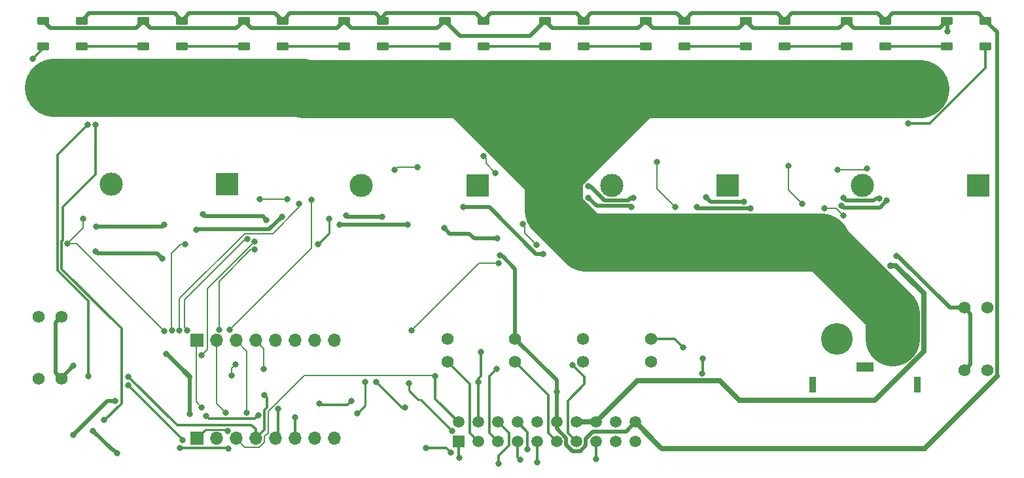
<source format=gbr>
%TF.GenerationSoftware,KiCad,Pcbnew,8.0.3*%
%TF.CreationDate,2025-06-03T03:43:46-07:00*%
%TF.ProjectId,Power_Distribution,506f7765-725f-4446-9973-747269627574,rev?*%
%TF.SameCoordinates,Original*%
%TF.FileFunction,Copper,L2,Bot*%
%TF.FilePolarity,Positive*%
%FSLAX46Y46*%
G04 Gerber Fmt 4.6, Leading zero omitted, Abs format (unit mm)*
G04 Created by KiCad (PCBNEW 8.0.3) date 2025-06-03 03:43:46*
%MOMM*%
%LPD*%
G01*
G04 APERTURE LIST*
G04 Aperture macros list*
%AMRoundRect*
0 Rectangle with rounded corners*
0 $1 Rounding radius*
0 $2 $3 $4 $5 $6 $7 $8 $9 X,Y pos of 4 corners*
0 Add a 4 corners polygon primitive as box body*
4,1,4,$2,$3,$4,$5,$6,$7,$8,$9,$2,$3,0*
0 Add four circle primitives for the rounded corners*
1,1,$1+$1,$2,$3*
1,1,$1+$1,$4,$5*
1,1,$1+$1,$6,$7*
1,1,$1+$1,$8,$9*
0 Add four rect primitives between the rounded corners*
20,1,$1+$1,$2,$3,$4,$5,0*
20,1,$1+$1,$4,$5,$6,$7,0*
20,1,$1+$1,$6,$7,$8,$9,0*
20,1,$1+$1,$8,$9,$2,$3,0*%
G04 Aperture macros list end*
%TA.AperFunction,ComponentPad*%
%ADD10R,0.900000X2.000000*%
%TD*%
%TA.AperFunction,ComponentPad*%
%ADD11RoundRect,1.025000X1.025000X1.025000X-1.025000X1.025000X-1.025000X-1.025000X1.025000X-1.025000X0*%
%TD*%
%TA.AperFunction,ComponentPad*%
%ADD12C,4.100000*%
%TD*%
%TA.AperFunction,ComponentPad*%
%ADD13R,2.300000X1.300000*%
%TD*%
%TA.AperFunction,ComponentPad*%
%ADD14R,3.000000X3.000000*%
%TD*%
%TA.AperFunction,ComponentPad*%
%ADD15C,3.000000*%
%TD*%
%TA.AperFunction,ComponentPad*%
%ADD16R,1.508000X1.508000*%
%TD*%
%TA.AperFunction,ComponentPad*%
%ADD17C,1.508000*%
%TD*%
%TA.AperFunction,ComponentPad*%
%ADD18C,1.574800*%
%TD*%
%TA.AperFunction,ComponentPad*%
%ADD19R,1.700000X1.700000*%
%TD*%
%TA.AperFunction,ComponentPad*%
%ADD20O,1.700000X1.700000*%
%TD*%
%TA.AperFunction,SMDPad,CuDef*%
%ADD21RoundRect,0.250000X0.550000X0.250000X-0.550000X0.250000X-0.550000X-0.250000X0.550000X-0.250000X0*%
%TD*%
%TA.AperFunction,ViaPad*%
%ADD22C,0.900000*%
%TD*%
%TA.AperFunction,ViaPad*%
%ADD23C,0.800000*%
%TD*%
%TA.AperFunction,Conductor*%
%ADD24C,0.635000*%
%TD*%
%TA.AperFunction,Conductor*%
%ADD25C,0.250000*%
%TD*%
%TA.AperFunction,Conductor*%
%ADD26C,0.304800*%
%TD*%
%TA.AperFunction,Conductor*%
%ADD27C,7.000000*%
%TD*%
%TA.AperFunction,Conductor*%
%ADD28C,0.200000*%
%TD*%
%TA.AperFunction,Conductor*%
%ADD29C,0.508000*%
%TD*%
%TA.AperFunction,Conductor*%
%ADD30C,7.500000*%
%TD*%
G04 APERTURE END LIST*
D10*
%TO.P,J4,*%
%TO.N,*%
X198520000Y-101380000D03*
X185020000Y-101380000D03*
D11*
%TO.P,J4,1,Pin_1*%
%TO.N,-BATT*%
X195370000Y-95380000D03*
D12*
%TO.P,J4,2,Pin_2*%
%TO.N,+BATT*%
X188170000Y-95380000D03*
D13*
%TO.P,J4,3*%
%TO.N,N/C*%
X191770000Y-99030000D03*
%TD*%
D14*
%TO.P,J6,1,1*%
%TO.N,PWR1*%
X206396000Y-75492000D03*
D15*
%TO.P,J6,2,2*%
%TO.N,-BATT*%
X198896000Y-62992000D03*
%TO.P,J6,3,3*%
%TO.N,PWR2*%
X191396000Y-75492000D03*
%TO.P,J6,4,4*%
%TO.N,-BATT*%
X183896000Y-62992000D03*
%TD*%
D16*
%TO.P,J18,1,1*%
%TO.N,PWM0*%
X139190000Y-108750000D03*
D17*
%TO.P,J18,2,2*%
%TO.N,SCL*%
X139190000Y-106210000D03*
%TO.P,J18,3,3*%
%TO.N,PWM1*%
X141730000Y-108750000D03*
%TO.P,J18,4,4*%
%TO.N,SDA*%
X141730000Y-106210000D03*
%TO.P,J18,5,5*%
%TO.N,PWM2*%
X144270000Y-108750000D03*
%TO.P,J18,6,6*%
%TO.N,toNEO_CTRL_MOOD*%
X144270000Y-106210000D03*
%TO.P,J18,7,7*%
%TO.N,PWM3*%
X146810000Y-108750000D03*
%TO.P,J18,8,8*%
%TO.N,outNEO_CTRL_MOOD*%
X146810000Y-106210000D03*
%TO.P,J18,9,9*%
%TO.N,PWM4*%
X149350000Y-108750000D03*
%TO.P,J18,10,10*%
%TO.N,unconnected-(J18-Pad10)*%
X149350000Y-106210000D03*
%TO.P,J18,11,11*%
%TO.N,PWM5*%
X151890000Y-108750000D03*
%TO.P,J18,12,12*%
%TO.N,GND*%
X151890000Y-106210000D03*
%TO.P,J18,13,13*%
%TO.N,PWM6*%
X154430000Y-108750000D03*
%TO.P,J18,14,14*%
%TO.N,5V*%
X154430000Y-106210000D03*
%TO.P,J18,15,15*%
%TO.N,PWM7*%
X156970000Y-108750000D03*
%TO.P,J18,16,16*%
%TO.N,5V*%
X156970000Y-106210000D03*
%TO.P,J18,17,17*%
%TO.N,unconnected-(J18-Pad17)*%
X159510000Y-108750000D03*
%TO.P,J18,18,18*%
%TO.N,+3.3V*%
X159510000Y-106210000D03*
%TO.P,J18,19,19*%
%TO.N,unconnected-(J18-Pad19)*%
X162050000Y-108750000D03*
%TO.P,J18,20,20*%
%TO.N,GND*%
X162050000Y-106210000D03*
%TD*%
D18*
%TO.P,J15,1,1*%
%TO.N,PWM6*%
X164060000Y-98389999D03*
%TO.P,J15,2,2*%
%TO.N,GND*%
X164060000Y-95390000D03*
%TD*%
%TO.P,J10,1,1*%
%TO.N,PWM0*%
X84800000Y-92550000D03*
%TO.P,J10,2,2*%
%TO.N,GND*%
X87799999Y-92550000D03*
%TD*%
D14*
%TO.P,J2,1,1*%
%TO.N,PWR5*%
X141612000Y-75492000D03*
D15*
%TO.P,J2,2,2*%
%TO.N,-BATT*%
X134112000Y-62992000D03*
%TO.P,J2,3,3*%
%TO.N,PWR6*%
X126612000Y-75492000D03*
%TO.P,J2,4,4*%
%TO.N,-BATT*%
X119112000Y-62992000D03*
%TD*%
D18*
%TO.P,J17,1,1*%
%TO.N,PWM7*%
X207619999Y-91380000D03*
%TO.P,J17,2,2*%
%TO.N,GND*%
X204620000Y-91380000D03*
%TD*%
%TO.P,J16,1,1*%
%TO.N,PWM3*%
X207619999Y-99510000D03*
%TO.P,J16,2,2*%
%TO.N,GND*%
X204620000Y-99510000D03*
%TD*%
D19*
%TO.P,J9,1,Pin_1*%
%TO.N,VIout8Div*%
X105290000Y-95632000D03*
D20*
%TO.P,J9,2,Pin_2*%
%TO.N,VIout7Div*%
X107830000Y-95632000D03*
%TO.P,J9,3,Pin_3*%
%TO.N,VIout6Div*%
X110370000Y-95632000D03*
%TO.P,J9,4,Pin_4*%
%TO.N,VIout5Div*%
X112910000Y-95632000D03*
%TO.P,J9,5,Pin_5*%
%TO.N,VIout4Div*%
X115450000Y-95632000D03*
%TO.P,J9,6,Pin_6*%
%TO.N,VIout3Div*%
X117990000Y-95632000D03*
%TO.P,J9,7,Pin_7*%
%TO.N,VIout2Div*%
X120530000Y-95632000D03*
%TO.P,J9,8,Pin_8*%
%TO.N,VIout1Div*%
X123070000Y-95632000D03*
%TD*%
D18*
%TO.P,J14,1,1*%
%TO.N,PWM2*%
X155284400Y-98399999D03*
%TO.P,J14,2,2*%
%TO.N,GND*%
X155284400Y-95400000D03*
%TD*%
D14*
%TO.P,J1,1,1*%
%TO.N,PWR3*%
X173985600Y-75492000D03*
D15*
%TO.P,J1,2,2*%
%TO.N,-BATT*%
X166485600Y-62992000D03*
%TO.P,J1,3,3*%
%TO.N,PWR4*%
X158985600Y-75492000D03*
%TO.P,J1,4,4*%
%TO.N,-BATT*%
X151485600Y-62992000D03*
%TD*%
D18*
%TO.P,J11,1,1*%
%TO.N,PWM4*%
X84800000Y-100590000D03*
%TO.P,J11,2,2*%
%TO.N,GND*%
X87799999Y-100590000D03*
%TD*%
%TO.P,J13,1,1*%
%TO.N,PWM5*%
X146508800Y-98399999D03*
%TO.P,J13,2,2*%
%TO.N,GND*%
X146508800Y-95400000D03*
%TD*%
%TO.P,J12,1,1*%
%TO.N,PWM1*%
X137733200Y-98399999D03*
%TO.P,J12,2,2*%
%TO.N,GND*%
X137733200Y-95400000D03*
%TD*%
D14*
%TO.P,J7,1,1*%
%TO.N,PWR7*%
X109252400Y-75339600D03*
D15*
%TO.P,J7,2,2*%
%TO.N,-BATT*%
X101752400Y-62839600D03*
%TO.P,J7,3,3*%
%TO.N,PWR8*%
X94252400Y-75339600D03*
%TO.P,J7,4,4*%
%TO.N,-BATT*%
X86752400Y-62839600D03*
%TD*%
D19*
%TO.P,J3,1,Pin_1*%
%TO.N,Net-(J3-Pin_1)*%
X105290000Y-108332000D03*
D20*
%TO.P,J3,2,Pin_2*%
%TO.N,GND*%
X107830000Y-108332000D03*
%TO.P,J3,3,Pin_3*%
%TO.N,SCL*%
X110370000Y-108332000D03*
%TO.P,J3,4,Pin_4*%
%TO.N,SDA*%
X112910000Y-108332000D03*
%TO.P,J3,5,Pin_5*%
%TO.N,REF*%
X115450000Y-108332000D03*
%TO.P,J3,6,Pin_6*%
%TO.N,COM*%
X117990000Y-108332000D03*
%TO.P,J3,7,Pin_7*%
%TO.N,AD0*%
X120530000Y-108332000D03*
%TO.P,J3,8,Pin_8*%
%TO.N,AD1*%
X123070000Y-108332000D03*
%TD*%
D21*
%TO.P,LED8,1,VSS*%
%TO.N,GND*%
X142391112Y-54150000D03*
%TO.P,LED8,2,DIN*%
%TO.N,Net-(LED7-DOUT)*%
X142391112Y-57450000D03*
%TO.P,LED8,3,VDD*%
%TO.N,5V*%
X137391112Y-54150000D03*
%TO.P,LED8,4,DOUT*%
%TO.N,NEO_PASS2*%
X137391112Y-57450000D03*
%TD*%
%TO.P,LED9,1,VSS*%
%TO.N,GND*%
X129394724Y-54150000D03*
%TO.P,LED9,2,DIN*%
%TO.N,NEO_PASS2*%
X129394724Y-57450000D03*
%TO.P,LED9,3,VDD*%
%TO.N,5V*%
X124394724Y-54150000D03*
%TO.P,LED9,4,DOUT*%
%TO.N,Net-(LED10-DIN)*%
X124394724Y-57450000D03*
%TD*%
%TO.P,LED3,1,VSS*%
%TO.N,GND*%
X207373052Y-54150000D03*
%TO.P,LED3,2,DIN*%
%TO.N,Net-(LED2-DOUT)*%
X207373052Y-57450000D03*
%TO.P,LED3,3,VDD*%
%TO.N,5V*%
X202373052Y-54150000D03*
%TO.P,LED3,4,DOUT*%
%TO.N,Net-(LED3-DOUT)*%
X202373052Y-57450000D03*
%TD*%
%TO.P,LED4,1,VSS*%
%TO.N,GND*%
X194376664Y-54150000D03*
%TO.P,LED4,2,DIN*%
%TO.N,Net-(LED3-DOUT)*%
X194376664Y-57450000D03*
%TO.P,LED4,3,VDD*%
%TO.N,5V*%
X189376664Y-54150000D03*
%TO.P,LED4,4,DOUT*%
%TO.N,NEO_PASS1*%
X189376664Y-57450000D03*
%TD*%
%TO.P,LED6,1,VSS*%
%TO.N,GND*%
X168383888Y-54150000D03*
%TO.P,LED6,2,DIN*%
%TO.N,Net-(LED5-DOUT)*%
X168383888Y-57450000D03*
%TO.P,LED6,3,VDD*%
%TO.N,5V*%
X163383888Y-54150000D03*
%TO.P,LED6,4,DOUT*%
%TO.N,Net-(LED6-DOUT)*%
X163383888Y-57450000D03*
%TD*%
%TO.P,LED5,1,VSS*%
%TO.N,GND*%
X181380276Y-54150000D03*
%TO.P,LED5,2,DIN*%
%TO.N,NEO_PASS1*%
X181380276Y-57450000D03*
%TO.P,LED5,3,VDD*%
%TO.N,5V*%
X176380276Y-54150000D03*
%TO.P,LED5,4,DOUT*%
%TO.N,Net-(LED5-DOUT)*%
X176380276Y-57450000D03*
%TD*%
%TO.P,LED11,1,VSS*%
%TO.N,GND*%
X103401948Y-54150000D03*
%TO.P,LED11,2,DIN*%
%TO.N,Net-(LED10-DOUT)*%
X103401948Y-57450000D03*
%TO.P,LED11,3,VDD*%
%TO.N,5V*%
X98401948Y-54150000D03*
%TO.P,LED11,4,DOUT*%
%TO.N,Net-(LED11-DOUT)*%
X98401948Y-57450000D03*
%TD*%
%TO.P,LED12,1,VSS*%
%TO.N,GND*%
X90405552Y-54150000D03*
%TO.P,LED12,2,DIN*%
%TO.N,Net-(LED11-DOUT)*%
X90405552Y-57450000D03*
%TO.P,LED12,3,VDD*%
%TO.N,5V*%
X85405552Y-54150000D03*
%TO.P,LED12,4,DOUT*%
%TO.N,outNEO_CTRL_MOOD*%
X85405552Y-57450000D03*
%TD*%
%TO.P,LED10,1,VSS*%
%TO.N,GND*%
X116398336Y-54150000D03*
%TO.P,LED10,2,DIN*%
%TO.N,Net-(LED10-DIN)*%
X116398336Y-57450000D03*
%TO.P,LED10,3,VDD*%
%TO.N,5V*%
X111398336Y-54150000D03*
%TO.P,LED10,4,DOUT*%
%TO.N,Net-(LED10-DOUT)*%
X111398336Y-57450000D03*
%TD*%
%TO.P,LED7,1,VSS*%
%TO.N,GND*%
X155387500Y-54150000D03*
%TO.P,LED7,2,DIN*%
%TO.N,Net-(LED6-DOUT)*%
X155387500Y-57450000D03*
%TO.P,LED7,3,VDD*%
%TO.N,5V*%
X150387500Y-54150000D03*
%TO.P,LED7,4,DOUT*%
%TO.N,Net-(LED7-DOUT)*%
X150387500Y-57450000D03*
%TD*%
D22*
%TO.N,5V*%
X195047404Y-85903266D03*
D23*
%TO.N,+3.3V*%
X132260000Y-104325600D03*
X128500000Y-101020000D03*
%TO.N,5V*%
X138362100Y-107400567D03*
X132740000Y-101150000D03*
%TO.N,Net-(J3-Pin_1)*%
X126040000Y-105090000D03*
X127080000Y-101020000D03*
%TO.N,GND*%
X168230000Y-96520000D03*
X132588000Y-80619600D03*
X188767018Y-78182542D03*
X105218600Y-81276111D03*
X104380000Y-105180000D03*
X155992318Y-77107013D03*
X176977200Y-78497200D03*
X123802800Y-80578167D03*
X161515600Y-78296545D03*
X151890000Y-102280000D03*
X101070500Y-80568800D03*
X144510401Y-84557258D03*
X94780000Y-103480000D03*
X89360000Y-98900000D03*
X170750000Y-97980000D03*
X170006800Y-78328190D03*
X170720000Y-99917300D03*
X92334823Y-80830000D03*
X101356800Y-97372912D03*
X195812500Y-84632800D03*
X144160000Y-82390000D03*
X194606842Y-77481444D03*
X89300000Y-107880000D03*
X116328769Y-79571069D03*
X137305515Y-81039872D03*
%TO.N,5V*%
X114317366Y-79992366D03*
X129275000Y-79600000D03*
X94968836Y-110257249D03*
X161820000Y-77110000D03*
X91911132Y-107321132D03*
X106066146Y-79271341D03*
X188990365Y-77122626D03*
X193650000Y-77180000D03*
X139780000Y-78360000D03*
X155984400Y-75570034D03*
X150135500Y-84378800D03*
X171206565Y-77014831D03*
X202450000Y-55560000D03*
X92170000Y-84100000D03*
X100881000Y-85039200D03*
X124660000Y-79440000D03*
X176120000Y-77610000D03*
%TO.N,VIout1*%
X133110000Y-94310000D03*
X192010000Y-73360000D03*
X144360000Y-85560000D03*
X188210000Y-73460000D03*
%TO.N,VIout2*%
X186520000Y-78490000D03*
X120140000Y-77380000D03*
X183670000Y-77930000D03*
X133900000Y-73190000D03*
X181850000Y-72970000D03*
X130930000Y-73493200D03*
X189010000Y-79420000D03*
X109560000Y-94250000D03*
%TO.N,VIout3*%
X108190627Y-94227558D03*
X112787988Y-83842483D03*
X167250000Y-78350000D03*
X164820000Y-72490000D03*
%TO.N,VIout4*%
X142420000Y-71740000D03*
X147475000Y-80500000D03*
X105930000Y-97560000D03*
X112750000Y-82840000D03*
X143980000Y-73880000D03*
X149255905Y-83244957D03*
%TO.N,VIout5*%
X116980081Y-77300081D03*
X113430000Y-77310000D03*
X111822541Y-82457594D03*
X104087072Y-94282302D03*
%TO.N,VIout6*%
X103084871Y-94327124D03*
X120981600Y-83159600D03*
X118540262Y-77925262D03*
X122400000Y-79825000D03*
%TO.N,VIout7*%
X103772400Y-83108800D03*
X102081700Y-94335124D03*
%TO.N,VIout8*%
X90600000Y-79800000D03*
X88571200Y-83058000D03*
X101080000Y-94390000D03*
%TO.N,SDA*%
X114086672Y-102675600D03*
X96480000Y-100340000D03*
X141730000Y-101020000D03*
X142080000Y-97080000D03*
%TO.N,COM*%
X118040000Y-105550000D03*
%TO.N,SCL*%
X96460000Y-101450000D03*
X136168312Y-100238800D03*
X103490000Y-108550000D03*
%TO.N,REF*%
X115845600Y-104513697D03*
%TO.N,PWM0*%
X139302040Y-110860400D03*
%TO.N,PWM4*%
X149390000Y-111440000D03*
%TO.N,PWM2*%
X144141043Y-99288999D03*
%TO.N,PWM6*%
X153942684Y-98794420D03*
%TO.N,PWM3*%
X147175586Y-111077895D03*
%TO.N,PWM7*%
X156980000Y-110990000D03*
%TO.N,+3.3V*%
X106550000Y-105440000D03*
X121125000Y-103825000D03*
X113252418Y-105294476D03*
X125311800Y-103431704D03*
%TO.N,Net-(J3-Pin_1)*%
X109275223Y-107368800D03*
%TO.N,VIout5Div*%
X113940000Y-99300000D03*
%TO.N,Net-(LED2-DOUT)*%
X93279964Y-105952300D03*
X197333052Y-67490000D03*
X92220000Y-67650000D03*
%TO.N,VIout7Div*%
X109031629Y-104996800D03*
%TO.N,VIout6Div*%
X111741218Y-105000212D03*
%TO.N,VIout2Div*%
X110320179Y-98756795D03*
X109823039Y-100132387D03*
%TO.N,VIout8Div*%
X105920000Y-104300000D03*
%TO.N,outNEO_CTRL_MOOD*%
X91240000Y-100250000D03*
X109435287Y-109647819D03*
X91190000Y-67660000D03*
X103120000Y-109530000D03*
X134924400Y-109534400D03*
X148110000Y-109720000D03*
X138210000Y-110180000D03*
X84080000Y-59070000D03*
%TO.N,toNEO_CTRL_MOOD*%
X144357360Y-111577815D03*
%TD*%
D24*
%TO.N,5V*%
X172974000Y-100838000D02*
X175514000Y-103378000D01*
X156970000Y-106210000D02*
X162342000Y-100838000D01*
X162342000Y-100838000D02*
X172974000Y-100838000D01*
X175514000Y-103378000D02*
X193053603Y-103378000D01*
X193053603Y-103378000D02*
X199390000Y-97041603D01*
X199390000Y-97041603D02*
X199390000Y-89533260D01*
X195760006Y-85903266D02*
X195047404Y-85903266D01*
X199390000Y-89533260D02*
X195760006Y-85903266D01*
%TO.N,GND*%
X165308200Y-109468200D02*
X165500700Y-109660700D01*
X165500700Y-109660700D02*
X199439300Y-109660700D01*
X199439300Y-109660700D02*
X208880000Y-100220000D01*
X162050000Y-106210000D02*
X165308200Y-109468200D01*
D25*
X200286000Y-108814000D02*
X199631800Y-109468200D01*
X199631800Y-109468200D02*
X165308200Y-109468200D01*
D26*
X170750000Y-99887300D02*
X170720000Y-99917300D01*
X170750000Y-97980000D02*
X170750000Y-99887300D01*
D24*
%TO.N,5V*%
X154430000Y-106210000D02*
X156970000Y-106210000D01*
D27*
%TO.N,-BATT*%
X195370000Y-95380000D02*
X195370000Y-92147564D01*
X195370000Y-92147564D02*
X186102436Y-82880000D01*
D25*
%TO.N,+3.3V*%
X128500000Y-101020000D02*
X131805600Y-104325600D01*
X131805600Y-104325600D02*
X132260000Y-104325600D01*
%TO.N,5V*%
X133920000Y-103290000D02*
X134251533Y-103290000D01*
X134251533Y-103290000D02*
X138362100Y-107400567D01*
X132740000Y-101150000D02*
X132740000Y-102110000D01*
X132740000Y-102110000D02*
X133920000Y-103290000D01*
D28*
%TO.N,SCL*%
X114539072Y-104830275D02*
X114539072Y-107580928D01*
X136064512Y-100135000D02*
X119234347Y-100135000D01*
D26*
%TO.N,+3.3V*%
X124790904Y-103952600D02*
X125311800Y-103431704D01*
D25*
%TO.N,Net-(J3-Pin_1)*%
X127080000Y-104050000D02*
X127080000Y-101020000D01*
D26*
%TO.N,+3.3V*%
X121125000Y-103825000D02*
X121252600Y-103952600D01*
D28*
%TO.N,SCL*%
X136168312Y-100238800D02*
X136064512Y-100135000D01*
X111520000Y-109482000D02*
X110370000Y-108332000D01*
X113388000Y-109482000D02*
X111520000Y-109482000D01*
X114060000Y-108810000D02*
X113388000Y-109482000D01*
D26*
%TO.N,+3.3V*%
X121252600Y-103952600D02*
X124790904Y-103952600D01*
D28*
%TO.N,SCL*%
X114060000Y-108060000D02*
X114060000Y-108810000D01*
X114539072Y-107580928D02*
X114060000Y-108060000D01*
X119234347Y-100135000D02*
X114539072Y-104830275D01*
D25*
%TO.N,Net-(J3-Pin_1)*%
X126040000Y-105090000D02*
X127080000Y-104050000D01*
D29*
%TO.N,GND*%
X153098000Y-109148000D02*
X153098000Y-108249630D01*
X155638000Y-108373630D02*
X155638000Y-109250370D01*
X193422664Y-53196000D02*
X182334276Y-53196000D01*
X169337888Y-53196000D02*
X168383888Y-54150000D01*
X103401948Y-54150000D02*
X102447948Y-53196000D01*
X114677038Y-81222800D02*
X116328769Y-79571069D01*
X160842000Y-107418000D02*
X156593630Y-107418000D01*
X146508800Y-95400000D02*
X146508800Y-86346536D01*
X161373055Y-78154000D02*
X157039305Y-78154000D01*
X176977200Y-78497200D02*
X170175810Y-78497200D01*
X204620000Y-91380000D02*
X202782264Y-91380000D01*
X112352093Y-81209197D02*
X112376719Y-81209197D01*
X87012600Y-93337399D02*
X87012600Y-99802601D01*
X161515600Y-78296545D02*
X161373055Y-78154000D01*
X151890000Y-100781200D02*
X151890000Y-106210000D01*
X101070500Y-80568800D02*
X100809300Y-80830000D01*
X142391112Y-54150000D02*
X141437112Y-53196000D01*
X195330664Y-53196000D02*
X206419052Y-53196000D01*
X194376664Y-54150000D02*
X193422664Y-53196000D01*
X132588000Y-80619600D02*
X123844233Y-80619600D01*
X208880000Y-100220000D02*
X208880000Y-55656948D01*
X102447948Y-53196000D02*
X91359552Y-53196000D01*
X143345112Y-53196000D02*
X142391112Y-54150000D01*
X154433500Y-53196000D02*
X143345112Y-53196000D01*
X103690709Y-99640709D02*
X101422912Y-97372912D01*
X112376719Y-81209197D02*
X112390322Y-81222800D01*
X193708286Y-78380000D02*
X188964476Y-78380000D01*
X101422912Y-97372912D02*
X101356800Y-97372912D01*
X205407399Y-92167399D02*
X205407399Y-98722601D01*
X200286000Y-108814000D02*
X208880000Y-100220000D01*
X141437112Y-53196000D02*
X129794000Y-53196000D01*
X117352336Y-53196000D02*
X116398336Y-54150000D01*
X151890000Y-107041630D02*
X151890000Y-106210000D01*
X129794000Y-53196000D02*
X128840000Y-54150000D01*
X100809300Y-80830000D02*
X92334823Y-80830000D01*
X180426276Y-53196000D02*
X169337888Y-53196000D01*
D26*
X167100000Y-95390000D02*
X164060000Y-95390000D01*
D29*
X153098000Y-108249630D02*
X151890000Y-107041630D01*
X204620000Y-91380000D02*
X205407399Y-92167399D01*
X168383888Y-54150000D02*
X167429888Y-53196000D01*
X208880000Y-55656948D02*
X207373052Y-54150000D01*
X123844233Y-80619600D02*
X123802800Y-80578167D01*
X144655943Y-84702800D02*
X144510401Y-84557258D01*
X140580000Y-81750000D02*
X138015643Y-81750000D01*
X157039305Y-78154000D02*
X155992318Y-77107013D01*
X155387500Y-54150000D02*
X154433500Y-53196000D01*
X112343290Y-81200394D02*
X112352093Y-81209197D01*
X128440724Y-53196000D02*
X117352336Y-53196000D01*
X105218600Y-81276111D02*
X105294317Y-81200394D01*
X112390322Y-81222800D02*
X114677038Y-81222800D01*
X87799999Y-92550000D02*
X87012600Y-93337399D01*
X138015643Y-81750000D02*
X137305515Y-81039872D01*
D26*
X168230000Y-96520000D02*
X167100000Y-95390000D01*
D29*
X93700000Y-103480000D02*
X94780000Y-103480000D01*
X129394724Y-54150000D02*
X128440724Y-53196000D01*
X194376664Y-54150000D02*
X195330664Y-53196000D01*
X144865064Y-84702800D02*
X144655943Y-84702800D01*
X104355948Y-53196000D02*
X103401948Y-54150000D01*
X194606842Y-77481444D02*
X193708286Y-78380000D01*
X156593630Y-107418000D02*
X155638000Y-108373630D01*
X115444336Y-53196000D02*
X104355948Y-53196000D01*
X104380000Y-105180000D02*
X104380000Y-100330000D01*
X167429888Y-53196000D02*
X156341500Y-53196000D01*
X89300000Y-107880000D02*
X93700000Y-103480000D01*
X146508800Y-86346536D02*
X144865064Y-84702800D01*
X154930370Y-109958000D02*
X153908000Y-109958000D01*
X202782264Y-91380000D02*
X196035064Y-84632800D01*
X162050000Y-106210000D02*
X164654000Y-108814000D01*
X87799999Y-100460001D02*
X89360000Y-98900000D01*
X87012600Y-99802601D02*
X87799999Y-100590000D01*
X181380276Y-54150000D02*
X180426276Y-53196000D01*
X206419052Y-53196000D02*
X207373052Y-54150000D01*
X91359552Y-53196000D02*
X90405552Y-54150000D01*
X182334276Y-53196000D02*
X181380276Y-54150000D01*
X155638000Y-109250370D02*
X154930370Y-109958000D01*
X144160000Y-82390000D02*
X141220000Y-82390000D01*
X188964476Y-78380000D02*
X188767018Y-78182542D01*
X205407399Y-98722601D02*
X204620000Y-99510000D01*
X153908000Y-109958000D02*
X153098000Y-109148000D01*
X162050000Y-106210000D02*
X160842000Y-107418000D01*
X105294317Y-81200394D02*
X112343290Y-81200394D01*
X116398336Y-54150000D02*
X115444336Y-53196000D01*
X141220000Y-82390000D02*
X140580000Y-81750000D01*
D24*
X104380000Y-100330000D02*
X103690709Y-99640709D01*
D29*
X170175810Y-78497200D02*
X170006800Y-78328190D01*
X196035064Y-84632800D02*
X195812500Y-84632800D01*
X146508800Y-95400000D02*
X151890000Y-100781200D01*
X156341500Y-53196000D02*
X155387500Y-54150000D01*
%TO.N,5V*%
X139780000Y-78360000D02*
X143163209Y-78360000D01*
X113850000Y-79525000D02*
X114317366Y-79992366D01*
X162429888Y-55104000D02*
X151341500Y-55104000D01*
X189376664Y-54150000D02*
X188422664Y-55104000D01*
X92420000Y-84350000D02*
X100191800Y-84350000D01*
X177334276Y-55104000D02*
X176380276Y-54150000D01*
X106319805Y-79525000D02*
X113850000Y-79525000D01*
X100191800Y-84350000D02*
X100881000Y-85039200D01*
X92170000Y-84100000D02*
X92420000Y-84350000D01*
X94968836Y-110257249D02*
X94451587Y-109740000D01*
X193180000Y-77180000D02*
X192914000Y-77446000D01*
X161461197Y-77110000D02*
X161125197Y-77446000D01*
X156240034Y-75570034D02*
X155984400Y-75570034D01*
X86359552Y-55104000D02*
X85405552Y-54150000D01*
X94330000Y-109740000D02*
X91911132Y-107321132D01*
X158116000Y-77446000D02*
X156240034Y-75570034D01*
X176120000Y-77610000D02*
X171801734Y-77610000D01*
X189313739Y-77446000D02*
X188990365Y-77122626D01*
X192914000Y-77446000D02*
X189313739Y-77446000D01*
X201419052Y-55104000D02*
X190330664Y-55104000D01*
X190330664Y-55104000D02*
X189376664Y-54150000D01*
X98401948Y-54150000D02*
X97447948Y-55104000D01*
X111398336Y-54150000D02*
X110444336Y-55104000D01*
X202373052Y-54150000D02*
X201419052Y-55104000D01*
X125348724Y-55104000D02*
X124394724Y-54150000D01*
X97447948Y-55104000D02*
X86359552Y-55104000D01*
X129275000Y-79600000D02*
X124820000Y-79600000D01*
X112352336Y-55104000D02*
X111398336Y-54150000D01*
X148390300Y-56147200D02*
X139388312Y-56147200D01*
X124820000Y-79600000D02*
X124660000Y-79440000D01*
X143163209Y-78360000D02*
X149182009Y-84378800D01*
X188422664Y-55104000D02*
X177334276Y-55104000D01*
X150387500Y-54150000D02*
X148390300Y-56147200D01*
X124394724Y-54150000D02*
X123440724Y-55104000D01*
X164337888Y-55104000D02*
X163383888Y-54150000D01*
X163383888Y-54150000D02*
X162429888Y-55104000D01*
X136437112Y-55104000D02*
X125348724Y-55104000D01*
X139388312Y-56147200D02*
X137391112Y-54150000D01*
X99355948Y-55104000D02*
X98401948Y-54150000D01*
X171801734Y-77610000D02*
X171206565Y-77014831D01*
X161820000Y-77110000D02*
X161461197Y-77110000D01*
X149182009Y-84378800D02*
X150135500Y-84378800D01*
X123440724Y-55104000D02*
X112352336Y-55104000D01*
X176380276Y-54150000D02*
X175426276Y-55104000D01*
X151341500Y-55104000D02*
X150387500Y-54150000D01*
X193650000Y-77180000D02*
X193180000Y-77180000D01*
X137391112Y-54150000D02*
X136437112Y-55104000D01*
X110444336Y-55104000D02*
X99355948Y-55104000D01*
X202450000Y-55560000D02*
X202450000Y-54226948D01*
X94451587Y-109740000D02*
X94330000Y-109740000D01*
X106066146Y-79271341D02*
X106319805Y-79525000D01*
X161125197Y-77446000D02*
X158116000Y-77446000D01*
X175426276Y-55104000D02*
X164337888Y-55104000D01*
D28*
%TO.N,VIout1*%
X141860000Y-85560000D02*
X144360000Y-85560000D01*
X188210000Y-73460000D02*
X191910000Y-73460000D01*
X133110000Y-94310000D02*
X141860000Y-85560000D01*
X191910000Y-73460000D02*
X192010000Y-73360000D01*
%TO.N,VIout2*%
X181850000Y-72970000D02*
X181850000Y-76110000D01*
X131233200Y-73190000D02*
X130930000Y-73493200D01*
X181850000Y-76110000D02*
X183670000Y-77930000D01*
X109560000Y-94250000D02*
X120140000Y-83670000D01*
X188080000Y-78490000D02*
X189010000Y-79420000D01*
X133900000Y-73190000D02*
X131233200Y-73190000D01*
X186520000Y-78490000D02*
X188080000Y-78490000D01*
X120140000Y-83670000D02*
X120140000Y-77380000D01*
%TO.N,VIout3*%
X164820000Y-72490000D02*
X164820000Y-75920000D01*
X108190627Y-94227558D02*
X108190627Y-87965059D01*
X112313203Y-83842483D02*
X112787988Y-83842483D01*
X108190627Y-87965059D02*
X112313203Y-83842483D01*
X164820000Y-75920000D02*
X167250000Y-78350000D01*
%TO.N,VIout4*%
X106680000Y-96810000D02*
X106680000Y-88910000D01*
X142740000Y-72640000D02*
X143980000Y-73880000D01*
X147750000Y-80775000D02*
X147750000Y-81739052D01*
X147750000Y-81739052D02*
X149255905Y-83244957D01*
X105930000Y-97560000D02*
X106680000Y-96810000D01*
X142740000Y-72060000D02*
X142740000Y-72640000D01*
X147475000Y-80500000D02*
X147750000Y-80775000D01*
X142420000Y-71740000D02*
X142740000Y-72060000D01*
X106680000Y-88910000D02*
X112750000Y-82840000D01*
%TO.N,VIout5*%
X103740000Y-93935230D02*
X103740000Y-90325686D01*
X116309919Y-77300081D02*
X116980081Y-77300081D01*
X103740000Y-90325686D02*
X111608092Y-82457594D01*
X104087072Y-94282302D02*
X103740000Y-93935230D01*
X116300000Y-77310000D02*
X116309919Y-77300081D01*
X111608092Y-82457594D02*
X111822541Y-82457594D01*
X113430000Y-77310000D02*
X116300000Y-77310000D01*
%TO.N,VIout6*%
X118540262Y-78354052D02*
X118540262Y-77925262D01*
X115115111Y-81779203D02*
X118540262Y-78354052D01*
X111531266Y-81754394D02*
X112138442Y-81754394D01*
D25*
X122400000Y-79825000D02*
X122400000Y-81741200D01*
D28*
X103084871Y-94327124D02*
X103084871Y-90200789D01*
D25*
X122400000Y-81741200D02*
X120981600Y-83159600D01*
D28*
X112138442Y-81754394D02*
X112163251Y-81779203D01*
X112163251Y-81779203D02*
X115115111Y-81779203D01*
X103084871Y-90200789D02*
X111531266Y-81754394D01*
%TO.N,VIout7*%
X102011900Y-94265324D02*
X102081700Y-94335124D01*
X102011900Y-84319300D02*
X102011900Y-94265324D01*
X103222400Y-83108800D02*
X102011900Y-84319300D01*
X103772400Y-83108800D02*
X103222400Y-83108800D01*
%TO.N,VIout8*%
X88571200Y-83058000D02*
X89748000Y-83058000D01*
X90600000Y-79800000D02*
X90600000Y-81029200D01*
X89748000Y-83058000D02*
X101080000Y-94390000D01*
X90600000Y-81029200D02*
X88571200Y-83058000D01*
D30*
%TO.N,-BATT*%
X151485600Y-74465600D02*
X151485600Y-75284536D01*
X151485600Y-73152000D02*
X151216000Y-73421600D01*
X119112000Y-62992000D02*
X140012000Y-62992000D01*
X151485600Y-75284536D02*
X151485600Y-78752908D01*
X162406079Y-62992000D02*
X183896000Y-62992000D01*
X183896000Y-62992000D02*
X166485600Y-62992000D01*
X166485600Y-62992000D02*
X151485600Y-62992000D01*
X134112000Y-62992000D02*
X141325600Y-62992000D01*
X151485600Y-75284536D02*
X151485600Y-73912479D01*
X118959600Y-62839600D02*
X119112000Y-62992000D01*
X198896000Y-62992000D02*
X183896000Y-62992000D01*
X119112000Y-62992000D02*
X134112000Y-62992000D01*
X134112000Y-62992000D02*
X151485600Y-62992000D01*
X151485600Y-62992000D02*
X151485600Y-73152000D01*
X101752400Y-62839600D02*
X118959600Y-62839600D01*
X166485600Y-62992000D02*
X161645600Y-62992000D01*
X161645600Y-62992000D02*
X151485600Y-73152000D01*
X140012000Y-62992000D02*
X151485600Y-74465600D01*
X155612692Y-82880000D02*
X186102436Y-82880000D01*
X141325600Y-62992000D02*
X151485600Y-73152000D01*
X86752400Y-62839600D02*
X101752400Y-62839600D01*
X151485600Y-78752908D02*
X155612692Y-82880000D01*
X151485600Y-73912479D02*
X162406079Y-62992000D01*
D26*
%TO.N,SDA*%
X112910000Y-107129919D02*
X112910000Y-108332000D01*
X142080000Y-100253003D02*
X142080000Y-97080000D01*
X114418000Y-103006928D02*
X114086672Y-102675600D01*
X114086672Y-107155328D02*
X114086672Y-104642885D01*
X112910000Y-108332000D02*
X114086672Y-107155328D01*
X141730000Y-100603003D02*
X142080000Y-100253003D01*
X96480000Y-100340000D02*
X102753200Y-106613200D01*
X141730000Y-106210000D02*
X141730000Y-101020000D01*
X102753200Y-106613200D02*
X112393281Y-106613200D01*
X141730000Y-101020000D02*
X141730000Y-100603003D01*
X112393281Y-106613200D02*
X112910000Y-107129919D01*
X114086672Y-104642885D02*
X114418000Y-104311557D01*
X114418000Y-104311557D02*
X114418000Y-103006928D01*
%TO.N,COM*%
X118040000Y-105550000D02*
X118040000Y-108282000D01*
%TO.N,SCL*%
X96460000Y-101450000D02*
X103490000Y-108480000D01*
X136168312Y-103188312D02*
X136168312Y-100238800D01*
X139190000Y-106210000D02*
X136168312Y-103188312D01*
X103490000Y-108480000D02*
X103490000Y-108550000D01*
%TO.N,REF*%
X115845600Y-107936400D02*
X115845600Y-104513697D01*
%TO.N,PWM0*%
X139190000Y-110748360D02*
X139302040Y-110860400D01*
X139190000Y-108750000D02*
X139190000Y-110748360D01*
%TO.N,PWM4*%
X149390000Y-111440000D02*
X149390000Y-108790000D01*
%TO.N,PWM1*%
X140623600Y-101290399D02*
X140623600Y-107643600D01*
X137733200Y-98399999D02*
X140623600Y-101290399D01*
X140623600Y-107643600D02*
X141730000Y-108750000D01*
%TO.N,PWM5*%
X150783600Y-102674799D02*
X150783600Y-107643600D01*
X146508800Y-98399999D02*
X150783600Y-102674799D01*
X150783600Y-107643600D02*
X151890000Y-108750000D01*
%TO.N,PWM2*%
X144270000Y-108750000D02*
X143163600Y-107643600D01*
X143163600Y-107643600D02*
X143163600Y-100266442D01*
X143163600Y-100266442D02*
X144141043Y-99288999D01*
%TO.N,PWM6*%
X155465600Y-101302980D02*
X155465600Y-100317336D01*
X153323600Y-107617650D02*
X153323600Y-103444980D01*
X154430000Y-108724050D02*
X153323600Y-107617650D01*
X153323600Y-103444980D02*
X155465600Y-101302980D01*
X155465600Y-100317336D02*
X153942684Y-98794420D01*
%TO.N,PWM3*%
X146810000Y-108750000D02*
X146810000Y-110712309D01*
X146810000Y-110712309D02*
X147175586Y-111077895D01*
%TO.N,PWM7*%
X156980000Y-110990000D02*
X156980000Y-108760000D01*
%TO.N,+3.3V*%
X106550000Y-105440000D02*
X106862400Y-105752400D01*
X112794494Y-105752400D02*
X113252418Y-105294476D01*
X106862400Y-105752400D02*
X112794494Y-105752400D01*
D25*
%TO.N,Net-(J3-Pin_1)*%
X105290000Y-108332000D02*
X106465000Y-107157000D01*
X106465000Y-107157000D02*
X109063423Y-107157000D01*
X109063423Y-107157000D02*
X109275223Y-107368800D01*
D28*
%TO.N,VIout5Div*%
X113940000Y-99300000D02*
X113940000Y-96662000D01*
X113940000Y-96662000D02*
X112910000Y-95632000D01*
D26*
%TO.N,Net-(LED2-DOUT)*%
X207373052Y-60316618D02*
X200199670Y-67490000D01*
X87965200Y-78334800D02*
X87965200Y-82595420D01*
X87815600Y-82745020D02*
X87815600Y-86339496D01*
X93376280Y-105952300D02*
X93279964Y-105952300D01*
X92220000Y-67650000D02*
X92220000Y-74080000D01*
X92220000Y-74080000D02*
X87965200Y-78334800D01*
X200199670Y-67490000D02*
X197333052Y-67490000D01*
X95555200Y-94079096D02*
X95555200Y-103773380D01*
X207373052Y-57450000D02*
X207373052Y-60316618D01*
X95555200Y-103773380D02*
X93376280Y-105952300D01*
X87965200Y-82595420D02*
X87815600Y-82745020D01*
X87815600Y-86339496D02*
X95555200Y-94079096D01*
%TO.N,Net-(LED3-DOUT)*%
X202373052Y-57450000D02*
X194376664Y-57450000D01*
%TO.N,NEO_PASS1*%
X189376664Y-57450000D02*
X181380276Y-57450000D01*
%TO.N,Net-(LED5-DOUT)*%
X176380276Y-57450000D02*
X168383888Y-57450000D01*
%TO.N,Net-(LED6-DOUT)*%
X163383888Y-57450000D02*
X155387500Y-57450000D01*
%TO.N,Net-(LED7-DOUT)*%
X150387500Y-57450000D02*
X142391112Y-57450000D01*
%TO.N,NEO_PASS2*%
X137391112Y-57450000D02*
X129394724Y-57450000D01*
%TO.N,Net-(LED10-DIN)*%
X124394724Y-57450000D02*
X116398336Y-57450000D01*
%TO.N,Net-(LED10-DOUT)*%
X111398336Y-57450000D02*
X103401948Y-57450000D01*
%TO.N,Net-(LED11-DOUT)*%
X98401948Y-57450000D02*
X90405552Y-57450000D01*
D28*
%TO.N,VIout7Div*%
X107830000Y-95632000D02*
X107830000Y-103795171D01*
X107830000Y-103795171D02*
X109031629Y-104996800D01*
%TO.N,VIout6Div*%
X110370000Y-95632000D02*
X111741218Y-97003218D01*
X111741218Y-97003218D02*
X111741218Y-105000212D01*
%TO.N,VIout2Div*%
X110320179Y-98756795D02*
X109823039Y-99253935D01*
X109823039Y-99253935D02*
X109823039Y-100132387D01*
%TO.N,VIout8Div*%
X105206800Y-103586800D02*
X105206800Y-95715200D01*
X105920000Y-104300000D02*
X105206800Y-103586800D01*
D26*
%TO.N,outNEO_CTRL_MOOD*%
X87310800Y-71539200D02*
X87310800Y-86548592D01*
X87310800Y-86548592D02*
X91240000Y-90477792D01*
X137564400Y-109534400D02*
X138210000Y-110180000D01*
X148110000Y-107510000D02*
X146810000Y-106210000D01*
X148110000Y-109720000D02*
X148110000Y-107510000D01*
X103124400Y-109534400D02*
X109321868Y-109534400D01*
X91190000Y-67660000D02*
X87310800Y-71539200D01*
X109321868Y-109534400D02*
X109435287Y-109647819D01*
X134924400Y-109534400D02*
X137564400Y-109534400D01*
X85405552Y-57744448D02*
X84080000Y-59070000D01*
X91240000Y-90477792D02*
X91240000Y-100250000D01*
X103120000Y-109530000D02*
X103124400Y-109534400D01*
%TO.N,toNEO_CTRL_MOOD*%
X145687020Y-109214400D02*
X144357360Y-110544060D01*
X145687020Y-107627020D02*
X145687020Y-109214400D01*
X144357360Y-110544060D02*
X144357360Y-111577815D01*
X144270000Y-106210000D02*
X145687020Y-107627020D01*
%TD*%
M02*

</source>
